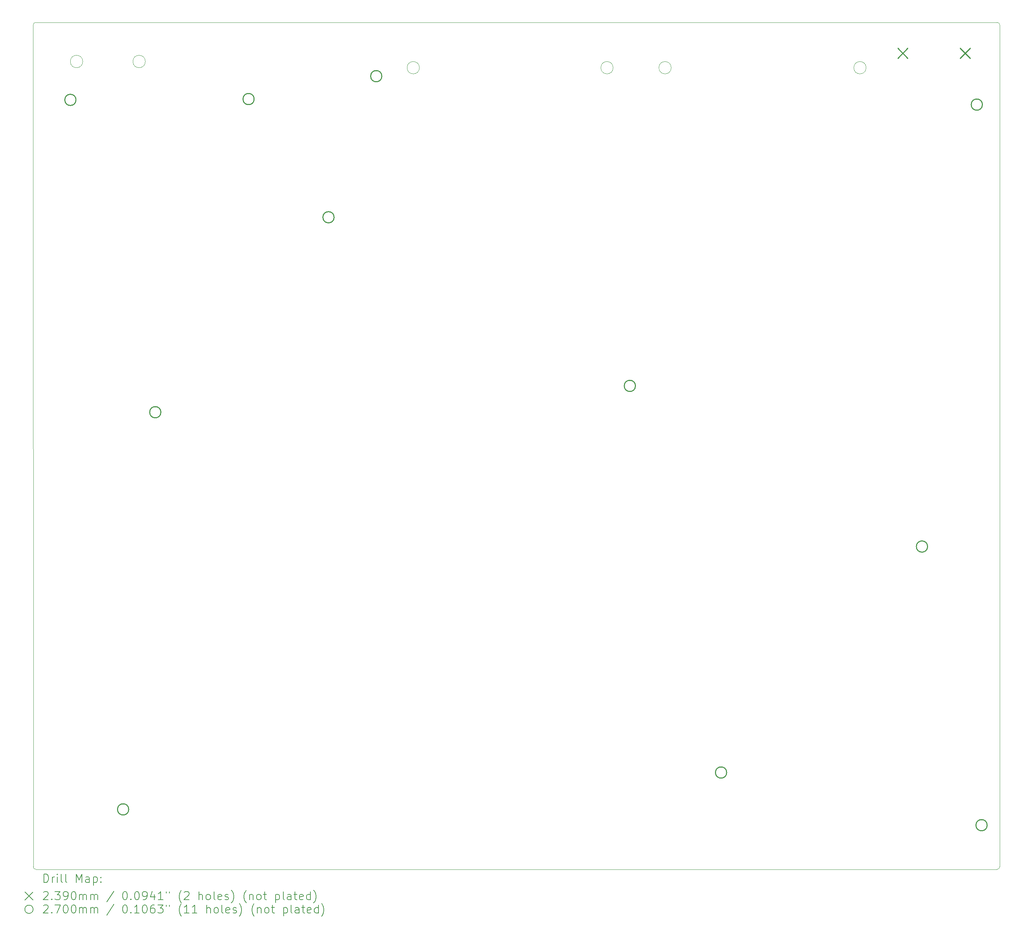
<source format=gbr>
%TF.GenerationSoftware,KiCad,Pcbnew,8.0.1*%
%TF.CreationDate,2024-03-23T23:48:43+00:00*%
%TF.ProjectId,TIM-011B,54494d2d-3031-4314-922e-6b696361645f,rev?*%
%TF.SameCoordinates,Original*%
%TF.FileFunction,Drillmap*%
%TF.FilePolarity,Positive*%
%FSLAX45Y45*%
G04 Gerber Fmt 4.5, Leading zero omitted, Abs format (unit mm)*
G04 Created by KiCad (PCBNEW 8.0.1) date 2024-03-23 23:48:43*
%MOMM*%
%LPD*%
G01*
G04 APERTURE LIST*
%ADD10C,0.050000*%
%ADD11C,0.200000*%
%ADD12C,0.239000*%
%ADD13C,0.270000*%
G04 APERTURE END LIST*
D10*
X32442000Y-3389000D02*
X32442000Y-23683000D01*
X9163000Y-3389000D02*
G75*
G02*
X9227000Y-3325000I64000J0D01*
G01*
X32378000Y-23747000D02*
X9227255Y-23746745D01*
X9227000Y-3325000D02*
X32378000Y-3325000D01*
X32442000Y-23683000D02*
G75*
G02*
X32378000Y-23747000I-64000J0D01*
G01*
X32378000Y-3325000D02*
G75*
G02*
X32442000Y-3389000I0J-64000D01*
G01*
X23131000Y-4419000D02*
G75*
G02*
X22834015Y-4419000I-148492J0D01*
G01*
X22834015Y-4419000D02*
G75*
G02*
X23131000Y-4419000I148492J0D01*
G01*
X29224000Y-4419000D02*
G75*
G02*
X28927015Y-4419000I-148492J0D01*
G01*
X28927015Y-4419000D02*
G75*
G02*
X29224000Y-4419000I148492J0D01*
G01*
X24529000Y-4419000D02*
G75*
G02*
X24232015Y-4419000I-148492J0D01*
G01*
X24232015Y-4419000D02*
G75*
G02*
X24529000Y-4419000I148492J0D01*
G01*
X9227255Y-23746745D02*
G75*
G02*
X9163255Y-23682745I-5J63995D01*
G01*
X9163255Y-23682745D02*
X9163000Y-3389000D01*
X18465000Y-4419000D02*
G75*
G02*
X18168015Y-4419000I-148492J0D01*
G01*
X18168015Y-4419000D02*
G75*
G02*
X18465000Y-4419000I148492J0D01*
G01*
X10356500Y-4269000D02*
G75*
G02*
X10056500Y-4269000I-150000J0D01*
G01*
X10056500Y-4269000D02*
G75*
G02*
X10356500Y-4269000I150000J0D01*
G01*
X11863500Y-4269000D02*
G75*
G02*
X11563500Y-4269000I-150000J0D01*
G01*
X11563500Y-4269000D02*
G75*
G02*
X11863500Y-4269000I150000J0D01*
G01*
D11*
D12*
X29988500Y-3950000D02*
X30227500Y-4189000D01*
X30227500Y-3950000D02*
X29988500Y-4189000D01*
X31489500Y-3950000D02*
X31728500Y-4189000D01*
X31728500Y-3950000D02*
X31489500Y-4189000D01*
D13*
X10193400Y-5194300D02*
G75*
G02*
X9923400Y-5194300I-135000J0D01*
G01*
X9923400Y-5194300D02*
G75*
G02*
X10193400Y-5194300I135000J0D01*
G01*
X11463400Y-22301200D02*
G75*
G02*
X11193400Y-22301200I-135000J0D01*
G01*
X11193400Y-22301200D02*
G75*
G02*
X11463400Y-22301200I135000J0D01*
G01*
X12238100Y-12725400D02*
G75*
G02*
X11968100Y-12725400I-135000J0D01*
G01*
X11968100Y-12725400D02*
G75*
G02*
X12238100Y-12725400I135000J0D01*
G01*
X14485000Y-5175000D02*
G75*
G02*
X14215000Y-5175000I-135000J0D01*
G01*
X14215000Y-5175000D02*
G75*
G02*
X14485000Y-5175000I135000J0D01*
G01*
X16410000Y-8025000D02*
G75*
G02*
X16140000Y-8025000I-135000J0D01*
G01*
X16140000Y-8025000D02*
G75*
G02*
X16410000Y-8025000I135000J0D01*
G01*
X17560000Y-4622800D02*
G75*
G02*
X17290000Y-4622800I-135000J0D01*
G01*
X17290000Y-4622800D02*
G75*
G02*
X17560000Y-4622800I135000J0D01*
G01*
X23668100Y-12090400D02*
G75*
G02*
X23398100Y-12090400I-135000J0D01*
G01*
X23398100Y-12090400D02*
G75*
G02*
X23668100Y-12090400I135000J0D01*
G01*
X25865200Y-21412200D02*
G75*
G02*
X25595200Y-21412200I-135000J0D01*
G01*
X25595200Y-21412200D02*
G75*
G02*
X25865200Y-21412200I135000J0D01*
G01*
X30703900Y-15963900D02*
G75*
G02*
X30433900Y-15963900I-135000J0D01*
G01*
X30433900Y-15963900D02*
G75*
G02*
X30703900Y-15963900I135000J0D01*
G01*
X32024700Y-5308600D02*
G75*
G02*
X31754700Y-5308600I-135000J0D01*
G01*
X31754700Y-5308600D02*
G75*
G02*
X32024700Y-5308600I135000J0D01*
G01*
X32139000Y-22682200D02*
G75*
G02*
X31869000Y-22682200I-135000J0D01*
G01*
X31869000Y-22682200D02*
G75*
G02*
X32139000Y-22682200I135000J0D01*
G01*
D11*
X9421277Y-24060984D02*
X9421277Y-23860984D01*
X9421277Y-23860984D02*
X9468896Y-23860984D01*
X9468896Y-23860984D02*
X9497467Y-23870508D01*
X9497467Y-23870508D02*
X9516515Y-23889555D01*
X9516515Y-23889555D02*
X9526039Y-23908603D01*
X9526039Y-23908603D02*
X9535562Y-23946698D01*
X9535562Y-23946698D02*
X9535562Y-23975269D01*
X9535562Y-23975269D02*
X9526039Y-24013365D01*
X9526039Y-24013365D02*
X9516515Y-24032412D01*
X9516515Y-24032412D02*
X9497467Y-24051460D01*
X9497467Y-24051460D02*
X9468896Y-24060984D01*
X9468896Y-24060984D02*
X9421277Y-24060984D01*
X9621277Y-24060984D02*
X9621277Y-23927650D01*
X9621277Y-23965746D02*
X9630801Y-23946698D01*
X9630801Y-23946698D02*
X9640324Y-23937174D01*
X9640324Y-23937174D02*
X9659372Y-23927650D01*
X9659372Y-23927650D02*
X9678420Y-23927650D01*
X9745086Y-24060984D02*
X9745086Y-23927650D01*
X9745086Y-23860984D02*
X9735562Y-23870508D01*
X9735562Y-23870508D02*
X9745086Y-23880031D01*
X9745086Y-23880031D02*
X9754610Y-23870508D01*
X9754610Y-23870508D02*
X9745086Y-23860984D01*
X9745086Y-23860984D02*
X9745086Y-23880031D01*
X9868896Y-24060984D02*
X9849848Y-24051460D01*
X9849848Y-24051460D02*
X9840324Y-24032412D01*
X9840324Y-24032412D02*
X9840324Y-23860984D01*
X9973658Y-24060984D02*
X9954610Y-24051460D01*
X9954610Y-24051460D02*
X9945086Y-24032412D01*
X9945086Y-24032412D02*
X9945086Y-23860984D01*
X10202229Y-24060984D02*
X10202229Y-23860984D01*
X10202229Y-23860984D02*
X10268896Y-24003841D01*
X10268896Y-24003841D02*
X10335562Y-23860984D01*
X10335562Y-23860984D02*
X10335562Y-24060984D01*
X10516515Y-24060984D02*
X10516515Y-23956222D01*
X10516515Y-23956222D02*
X10506991Y-23937174D01*
X10506991Y-23937174D02*
X10487943Y-23927650D01*
X10487943Y-23927650D02*
X10449848Y-23927650D01*
X10449848Y-23927650D02*
X10430801Y-23937174D01*
X10516515Y-24051460D02*
X10497467Y-24060984D01*
X10497467Y-24060984D02*
X10449848Y-24060984D01*
X10449848Y-24060984D02*
X10430801Y-24051460D01*
X10430801Y-24051460D02*
X10421277Y-24032412D01*
X10421277Y-24032412D02*
X10421277Y-24013365D01*
X10421277Y-24013365D02*
X10430801Y-23994317D01*
X10430801Y-23994317D02*
X10449848Y-23984793D01*
X10449848Y-23984793D02*
X10497467Y-23984793D01*
X10497467Y-23984793D02*
X10516515Y-23975269D01*
X10611753Y-23927650D02*
X10611753Y-24127650D01*
X10611753Y-23937174D02*
X10630801Y-23927650D01*
X10630801Y-23927650D02*
X10668896Y-23927650D01*
X10668896Y-23927650D02*
X10687943Y-23937174D01*
X10687943Y-23937174D02*
X10697467Y-23946698D01*
X10697467Y-23946698D02*
X10706991Y-23965746D01*
X10706991Y-23965746D02*
X10706991Y-24022888D01*
X10706991Y-24022888D02*
X10697467Y-24041936D01*
X10697467Y-24041936D02*
X10687943Y-24051460D01*
X10687943Y-24051460D02*
X10668896Y-24060984D01*
X10668896Y-24060984D02*
X10630801Y-24060984D01*
X10630801Y-24060984D02*
X10611753Y-24051460D01*
X10792705Y-24041936D02*
X10802229Y-24051460D01*
X10802229Y-24051460D02*
X10792705Y-24060984D01*
X10792705Y-24060984D02*
X10783182Y-24051460D01*
X10783182Y-24051460D02*
X10792705Y-24041936D01*
X10792705Y-24041936D02*
X10792705Y-24060984D01*
X10792705Y-23937174D02*
X10802229Y-23946698D01*
X10802229Y-23946698D02*
X10792705Y-23956222D01*
X10792705Y-23956222D02*
X10783182Y-23946698D01*
X10783182Y-23946698D02*
X10792705Y-23937174D01*
X10792705Y-23937174D02*
X10792705Y-23956222D01*
X8960500Y-24289500D02*
X9160500Y-24489500D01*
X9160500Y-24289500D02*
X8960500Y-24489500D01*
X9411753Y-24300031D02*
X9421277Y-24290508D01*
X9421277Y-24290508D02*
X9440324Y-24280984D01*
X9440324Y-24280984D02*
X9487943Y-24280984D01*
X9487943Y-24280984D02*
X9506991Y-24290508D01*
X9506991Y-24290508D02*
X9516515Y-24300031D01*
X9516515Y-24300031D02*
X9526039Y-24319079D01*
X9526039Y-24319079D02*
X9526039Y-24338127D01*
X9526039Y-24338127D02*
X9516515Y-24366698D01*
X9516515Y-24366698D02*
X9402229Y-24480984D01*
X9402229Y-24480984D02*
X9526039Y-24480984D01*
X9611753Y-24461936D02*
X9621277Y-24471460D01*
X9621277Y-24471460D02*
X9611753Y-24480984D01*
X9611753Y-24480984D02*
X9602229Y-24471460D01*
X9602229Y-24471460D02*
X9611753Y-24461936D01*
X9611753Y-24461936D02*
X9611753Y-24480984D01*
X9687943Y-24280984D02*
X9811753Y-24280984D01*
X9811753Y-24280984D02*
X9745086Y-24357174D01*
X9745086Y-24357174D02*
X9773658Y-24357174D01*
X9773658Y-24357174D02*
X9792705Y-24366698D01*
X9792705Y-24366698D02*
X9802229Y-24376222D01*
X9802229Y-24376222D02*
X9811753Y-24395269D01*
X9811753Y-24395269D02*
X9811753Y-24442888D01*
X9811753Y-24442888D02*
X9802229Y-24461936D01*
X9802229Y-24461936D02*
X9792705Y-24471460D01*
X9792705Y-24471460D02*
X9773658Y-24480984D01*
X9773658Y-24480984D02*
X9716515Y-24480984D01*
X9716515Y-24480984D02*
X9697467Y-24471460D01*
X9697467Y-24471460D02*
X9687943Y-24461936D01*
X9906991Y-24480984D02*
X9945086Y-24480984D01*
X9945086Y-24480984D02*
X9964134Y-24471460D01*
X9964134Y-24471460D02*
X9973658Y-24461936D01*
X9973658Y-24461936D02*
X9992705Y-24433365D01*
X9992705Y-24433365D02*
X10002229Y-24395269D01*
X10002229Y-24395269D02*
X10002229Y-24319079D01*
X10002229Y-24319079D02*
X9992705Y-24300031D01*
X9992705Y-24300031D02*
X9983182Y-24290508D01*
X9983182Y-24290508D02*
X9964134Y-24280984D01*
X9964134Y-24280984D02*
X9926039Y-24280984D01*
X9926039Y-24280984D02*
X9906991Y-24290508D01*
X9906991Y-24290508D02*
X9897467Y-24300031D01*
X9897467Y-24300031D02*
X9887943Y-24319079D01*
X9887943Y-24319079D02*
X9887943Y-24366698D01*
X9887943Y-24366698D02*
X9897467Y-24385746D01*
X9897467Y-24385746D02*
X9906991Y-24395269D01*
X9906991Y-24395269D02*
X9926039Y-24404793D01*
X9926039Y-24404793D02*
X9964134Y-24404793D01*
X9964134Y-24404793D02*
X9983182Y-24395269D01*
X9983182Y-24395269D02*
X9992705Y-24385746D01*
X9992705Y-24385746D02*
X10002229Y-24366698D01*
X10126039Y-24280984D02*
X10145086Y-24280984D01*
X10145086Y-24280984D02*
X10164134Y-24290508D01*
X10164134Y-24290508D02*
X10173658Y-24300031D01*
X10173658Y-24300031D02*
X10183182Y-24319079D01*
X10183182Y-24319079D02*
X10192705Y-24357174D01*
X10192705Y-24357174D02*
X10192705Y-24404793D01*
X10192705Y-24404793D02*
X10183182Y-24442888D01*
X10183182Y-24442888D02*
X10173658Y-24461936D01*
X10173658Y-24461936D02*
X10164134Y-24471460D01*
X10164134Y-24471460D02*
X10145086Y-24480984D01*
X10145086Y-24480984D02*
X10126039Y-24480984D01*
X10126039Y-24480984D02*
X10106991Y-24471460D01*
X10106991Y-24471460D02*
X10097467Y-24461936D01*
X10097467Y-24461936D02*
X10087943Y-24442888D01*
X10087943Y-24442888D02*
X10078420Y-24404793D01*
X10078420Y-24404793D02*
X10078420Y-24357174D01*
X10078420Y-24357174D02*
X10087943Y-24319079D01*
X10087943Y-24319079D02*
X10097467Y-24300031D01*
X10097467Y-24300031D02*
X10106991Y-24290508D01*
X10106991Y-24290508D02*
X10126039Y-24280984D01*
X10278420Y-24480984D02*
X10278420Y-24347650D01*
X10278420Y-24366698D02*
X10287943Y-24357174D01*
X10287943Y-24357174D02*
X10306991Y-24347650D01*
X10306991Y-24347650D02*
X10335563Y-24347650D01*
X10335563Y-24347650D02*
X10354610Y-24357174D01*
X10354610Y-24357174D02*
X10364134Y-24376222D01*
X10364134Y-24376222D02*
X10364134Y-24480984D01*
X10364134Y-24376222D02*
X10373658Y-24357174D01*
X10373658Y-24357174D02*
X10392705Y-24347650D01*
X10392705Y-24347650D02*
X10421277Y-24347650D01*
X10421277Y-24347650D02*
X10440324Y-24357174D01*
X10440324Y-24357174D02*
X10449848Y-24376222D01*
X10449848Y-24376222D02*
X10449848Y-24480984D01*
X10545086Y-24480984D02*
X10545086Y-24347650D01*
X10545086Y-24366698D02*
X10554610Y-24357174D01*
X10554610Y-24357174D02*
X10573658Y-24347650D01*
X10573658Y-24347650D02*
X10602229Y-24347650D01*
X10602229Y-24347650D02*
X10621277Y-24357174D01*
X10621277Y-24357174D02*
X10630801Y-24376222D01*
X10630801Y-24376222D02*
X10630801Y-24480984D01*
X10630801Y-24376222D02*
X10640324Y-24357174D01*
X10640324Y-24357174D02*
X10659372Y-24347650D01*
X10659372Y-24347650D02*
X10687943Y-24347650D01*
X10687943Y-24347650D02*
X10706991Y-24357174D01*
X10706991Y-24357174D02*
X10716515Y-24376222D01*
X10716515Y-24376222D02*
X10716515Y-24480984D01*
X11106991Y-24271460D02*
X10935563Y-24528603D01*
X11364134Y-24280984D02*
X11383182Y-24280984D01*
X11383182Y-24280984D02*
X11402229Y-24290508D01*
X11402229Y-24290508D02*
X11411753Y-24300031D01*
X11411753Y-24300031D02*
X11421277Y-24319079D01*
X11421277Y-24319079D02*
X11430801Y-24357174D01*
X11430801Y-24357174D02*
X11430801Y-24404793D01*
X11430801Y-24404793D02*
X11421277Y-24442888D01*
X11421277Y-24442888D02*
X11411753Y-24461936D01*
X11411753Y-24461936D02*
X11402229Y-24471460D01*
X11402229Y-24471460D02*
X11383182Y-24480984D01*
X11383182Y-24480984D02*
X11364134Y-24480984D01*
X11364134Y-24480984D02*
X11345086Y-24471460D01*
X11345086Y-24471460D02*
X11335563Y-24461936D01*
X11335563Y-24461936D02*
X11326039Y-24442888D01*
X11326039Y-24442888D02*
X11316515Y-24404793D01*
X11316515Y-24404793D02*
X11316515Y-24357174D01*
X11316515Y-24357174D02*
X11326039Y-24319079D01*
X11326039Y-24319079D02*
X11335563Y-24300031D01*
X11335563Y-24300031D02*
X11345086Y-24290508D01*
X11345086Y-24290508D02*
X11364134Y-24280984D01*
X11516515Y-24461936D02*
X11526039Y-24471460D01*
X11526039Y-24471460D02*
X11516515Y-24480984D01*
X11516515Y-24480984D02*
X11506991Y-24471460D01*
X11506991Y-24471460D02*
X11516515Y-24461936D01*
X11516515Y-24461936D02*
X11516515Y-24480984D01*
X11649848Y-24280984D02*
X11668896Y-24280984D01*
X11668896Y-24280984D02*
X11687944Y-24290508D01*
X11687944Y-24290508D02*
X11697467Y-24300031D01*
X11697467Y-24300031D02*
X11706991Y-24319079D01*
X11706991Y-24319079D02*
X11716515Y-24357174D01*
X11716515Y-24357174D02*
X11716515Y-24404793D01*
X11716515Y-24404793D02*
X11706991Y-24442888D01*
X11706991Y-24442888D02*
X11697467Y-24461936D01*
X11697467Y-24461936D02*
X11687944Y-24471460D01*
X11687944Y-24471460D02*
X11668896Y-24480984D01*
X11668896Y-24480984D02*
X11649848Y-24480984D01*
X11649848Y-24480984D02*
X11630801Y-24471460D01*
X11630801Y-24471460D02*
X11621277Y-24461936D01*
X11621277Y-24461936D02*
X11611753Y-24442888D01*
X11611753Y-24442888D02*
X11602229Y-24404793D01*
X11602229Y-24404793D02*
X11602229Y-24357174D01*
X11602229Y-24357174D02*
X11611753Y-24319079D01*
X11611753Y-24319079D02*
X11621277Y-24300031D01*
X11621277Y-24300031D02*
X11630801Y-24290508D01*
X11630801Y-24290508D02*
X11649848Y-24280984D01*
X11811753Y-24480984D02*
X11849848Y-24480984D01*
X11849848Y-24480984D02*
X11868896Y-24471460D01*
X11868896Y-24471460D02*
X11878420Y-24461936D01*
X11878420Y-24461936D02*
X11897467Y-24433365D01*
X11897467Y-24433365D02*
X11906991Y-24395269D01*
X11906991Y-24395269D02*
X11906991Y-24319079D01*
X11906991Y-24319079D02*
X11897467Y-24300031D01*
X11897467Y-24300031D02*
X11887944Y-24290508D01*
X11887944Y-24290508D02*
X11868896Y-24280984D01*
X11868896Y-24280984D02*
X11830801Y-24280984D01*
X11830801Y-24280984D02*
X11811753Y-24290508D01*
X11811753Y-24290508D02*
X11802229Y-24300031D01*
X11802229Y-24300031D02*
X11792705Y-24319079D01*
X11792705Y-24319079D02*
X11792705Y-24366698D01*
X11792705Y-24366698D02*
X11802229Y-24385746D01*
X11802229Y-24385746D02*
X11811753Y-24395269D01*
X11811753Y-24395269D02*
X11830801Y-24404793D01*
X11830801Y-24404793D02*
X11868896Y-24404793D01*
X11868896Y-24404793D02*
X11887944Y-24395269D01*
X11887944Y-24395269D02*
X11897467Y-24385746D01*
X11897467Y-24385746D02*
X11906991Y-24366698D01*
X12078420Y-24347650D02*
X12078420Y-24480984D01*
X12030801Y-24271460D02*
X11983182Y-24414317D01*
X11983182Y-24414317D02*
X12106991Y-24414317D01*
X12287944Y-24480984D02*
X12173658Y-24480984D01*
X12230801Y-24480984D02*
X12230801Y-24280984D01*
X12230801Y-24280984D02*
X12211753Y-24309555D01*
X12211753Y-24309555D02*
X12192705Y-24328603D01*
X12192705Y-24328603D02*
X12173658Y-24338127D01*
X12364134Y-24280984D02*
X12364134Y-24319079D01*
X12440325Y-24280984D02*
X12440325Y-24319079D01*
X12735563Y-24557174D02*
X12726039Y-24547650D01*
X12726039Y-24547650D02*
X12706991Y-24519079D01*
X12706991Y-24519079D02*
X12697467Y-24500031D01*
X12697467Y-24500031D02*
X12687944Y-24471460D01*
X12687944Y-24471460D02*
X12678420Y-24423841D01*
X12678420Y-24423841D02*
X12678420Y-24385746D01*
X12678420Y-24385746D02*
X12687944Y-24338127D01*
X12687944Y-24338127D02*
X12697467Y-24309555D01*
X12697467Y-24309555D02*
X12706991Y-24290508D01*
X12706991Y-24290508D02*
X12726039Y-24261936D01*
X12726039Y-24261936D02*
X12735563Y-24252412D01*
X12802229Y-24300031D02*
X12811753Y-24290508D01*
X12811753Y-24290508D02*
X12830801Y-24280984D01*
X12830801Y-24280984D02*
X12878420Y-24280984D01*
X12878420Y-24280984D02*
X12897467Y-24290508D01*
X12897467Y-24290508D02*
X12906991Y-24300031D01*
X12906991Y-24300031D02*
X12916515Y-24319079D01*
X12916515Y-24319079D02*
X12916515Y-24338127D01*
X12916515Y-24338127D02*
X12906991Y-24366698D01*
X12906991Y-24366698D02*
X12792706Y-24480984D01*
X12792706Y-24480984D02*
X12916515Y-24480984D01*
X13154610Y-24480984D02*
X13154610Y-24280984D01*
X13240325Y-24480984D02*
X13240325Y-24376222D01*
X13240325Y-24376222D02*
X13230801Y-24357174D01*
X13230801Y-24357174D02*
X13211753Y-24347650D01*
X13211753Y-24347650D02*
X13183182Y-24347650D01*
X13183182Y-24347650D02*
X13164134Y-24357174D01*
X13164134Y-24357174D02*
X13154610Y-24366698D01*
X13364134Y-24480984D02*
X13345087Y-24471460D01*
X13345087Y-24471460D02*
X13335563Y-24461936D01*
X13335563Y-24461936D02*
X13326039Y-24442888D01*
X13326039Y-24442888D02*
X13326039Y-24385746D01*
X13326039Y-24385746D02*
X13335563Y-24366698D01*
X13335563Y-24366698D02*
X13345087Y-24357174D01*
X13345087Y-24357174D02*
X13364134Y-24347650D01*
X13364134Y-24347650D02*
X13392706Y-24347650D01*
X13392706Y-24347650D02*
X13411753Y-24357174D01*
X13411753Y-24357174D02*
X13421277Y-24366698D01*
X13421277Y-24366698D02*
X13430801Y-24385746D01*
X13430801Y-24385746D02*
X13430801Y-24442888D01*
X13430801Y-24442888D02*
X13421277Y-24461936D01*
X13421277Y-24461936D02*
X13411753Y-24471460D01*
X13411753Y-24471460D02*
X13392706Y-24480984D01*
X13392706Y-24480984D02*
X13364134Y-24480984D01*
X13545087Y-24480984D02*
X13526039Y-24471460D01*
X13526039Y-24471460D02*
X13516515Y-24452412D01*
X13516515Y-24452412D02*
X13516515Y-24280984D01*
X13697468Y-24471460D02*
X13678420Y-24480984D01*
X13678420Y-24480984D02*
X13640325Y-24480984D01*
X13640325Y-24480984D02*
X13621277Y-24471460D01*
X13621277Y-24471460D02*
X13611753Y-24452412D01*
X13611753Y-24452412D02*
X13611753Y-24376222D01*
X13611753Y-24376222D02*
X13621277Y-24357174D01*
X13621277Y-24357174D02*
X13640325Y-24347650D01*
X13640325Y-24347650D02*
X13678420Y-24347650D01*
X13678420Y-24347650D02*
X13697468Y-24357174D01*
X13697468Y-24357174D02*
X13706991Y-24376222D01*
X13706991Y-24376222D02*
X13706991Y-24395269D01*
X13706991Y-24395269D02*
X13611753Y-24414317D01*
X13783182Y-24471460D02*
X13802229Y-24480984D01*
X13802229Y-24480984D02*
X13840325Y-24480984D01*
X13840325Y-24480984D02*
X13859372Y-24471460D01*
X13859372Y-24471460D02*
X13868896Y-24452412D01*
X13868896Y-24452412D02*
X13868896Y-24442888D01*
X13868896Y-24442888D02*
X13859372Y-24423841D01*
X13859372Y-24423841D02*
X13840325Y-24414317D01*
X13840325Y-24414317D02*
X13811753Y-24414317D01*
X13811753Y-24414317D02*
X13792706Y-24404793D01*
X13792706Y-24404793D02*
X13783182Y-24385746D01*
X13783182Y-24385746D02*
X13783182Y-24376222D01*
X13783182Y-24376222D02*
X13792706Y-24357174D01*
X13792706Y-24357174D02*
X13811753Y-24347650D01*
X13811753Y-24347650D02*
X13840325Y-24347650D01*
X13840325Y-24347650D02*
X13859372Y-24357174D01*
X13935563Y-24557174D02*
X13945087Y-24547650D01*
X13945087Y-24547650D02*
X13964134Y-24519079D01*
X13964134Y-24519079D02*
X13973658Y-24500031D01*
X13973658Y-24500031D02*
X13983182Y-24471460D01*
X13983182Y-24471460D02*
X13992706Y-24423841D01*
X13992706Y-24423841D02*
X13992706Y-24385746D01*
X13992706Y-24385746D02*
X13983182Y-24338127D01*
X13983182Y-24338127D02*
X13973658Y-24309555D01*
X13973658Y-24309555D02*
X13964134Y-24290508D01*
X13964134Y-24290508D02*
X13945087Y-24261936D01*
X13945087Y-24261936D02*
X13935563Y-24252412D01*
X14297468Y-24557174D02*
X14287944Y-24547650D01*
X14287944Y-24547650D02*
X14268896Y-24519079D01*
X14268896Y-24519079D02*
X14259372Y-24500031D01*
X14259372Y-24500031D02*
X14249849Y-24471460D01*
X14249849Y-24471460D02*
X14240325Y-24423841D01*
X14240325Y-24423841D02*
X14240325Y-24385746D01*
X14240325Y-24385746D02*
X14249849Y-24338127D01*
X14249849Y-24338127D02*
X14259372Y-24309555D01*
X14259372Y-24309555D02*
X14268896Y-24290508D01*
X14268896Y-24290508D02*
X14287944Y-24261936D01*
X14287944Y-24261936D02*
X14297468Y-24252412D01*
X14373658Y-24347650D02*
X14373658Y-24480984D01*
X14373658Y-24366698D02*
X14383182Y-24357174D01*
X14383182Y-24357174D02*
X14402229Y-24347650D01*
X14402229Y-24347650D02*
X14430801Y-24347650D01*
X14430801Y-24347650D02*
X14449849Y-24357174D01*
X14449849Y-24357174D02*
X14459372Y-24376222D01*
X14459372Y-24376222D02*
X14459372Y-24480984D01*
X14583182Y-24480984D02*
X14564134Y-24471460D01*
X14564134Y-24471460D02*
X14554610Y-24461936D01*
X14554610Y-24461936D02*
X14545087Y-24442888D01*
X14545087Y-24442888D02*
X14545087Y-24385746D01*
X14545087Y-24385746D02*
X14554610Y-24366698D01*
X14554610Y-24366698D02*
X14564134Y-24357174D01*
X14564134Y-24357174D02*
X14583182Y-24347650D01*
X14583182Y-24347650D02*
X14611753Y-24347650D01*
X14611753Y-24347650D02*
X14630801Y-24357174D01*
X14630801Y-24357174D02*
X14640325Y-24366698D01*
X14640325Y-24366698D02*
X14649849Y-24385746D01*
X14649849Y-24385746D02*
X14649849Y-24442888D01*
X14649849Y-24442888D02*
X14640325Y-24461936D01*
X14640325Y-24461936D02*
X14630801Y-24471460D01*
X14630801Y-24471460D02*
X14611753Y-24480984D01*
X14611753Y-24480984D02*
X14583182Y-24480984D01*
X14706991Y-24347650D02*
X14783182Y-24347650D01*
X14735563Y-24280984D02*
X14735563Y-24452412D01*
X14735563Y-24452412D02*
X14745087Y-24471460D01*
X14745087Y-24471460D02*
X14764134Y-24480984D01*
X14764134Y-24480984D02*
X14783182Y-24480984D01*
X15002230Y-24347650D02*
X15002230Y-24547650D01*
X15002230Y-24357174D02*
X15021277Y-24347650D01*
X15021277Y-24347650D02*
X15059372Y-24347650D01*
X15059372Y-24347650D02*
X15078420Y-24357174D01*
X15078420Y-24357174D02*
X15087944Y-24366698D01*
X15087944Y-24366698D02*
X15097468Y-24385746D01*
X15097468Y-24385746D02*
X15097468Y-24442888D01*
X15097468Y-24442888D02*
X15087944Y-24461936D01*
X15087944Y-24461936D02*
X15078420Y-24471460D01*
X15078420Y-24471460D02*
X15059372Y-24480984D01*
X15059372Y-24480984D02*
X15021277Y-24480984D01*
X15021277Y-24480984D02*
X15002230Y-24471460D01*
X15211753Y-24480984D02*
X15192706Y-24471460D01*
X15192706Y-24471460D02*
X15183182Y-24452412D01*
X15183182Y-24452412D02*
X15183182Y-24280984D01*
X15373658Y-24480984D02*
X15373658Y-24376222D01*
X15373658Y-24376222D02*
X15364134Y-24357174D01*
X15364134Y-24357174D02*
X15345087Y-24347650D01*
X15345087Y-24347650D02*
X15306991Y-24347650D01*
X15306991Y-24347650D02*
X15287944Y-24357174D01*
X15373658Y-24471460D02*
X15354611Y-24480984D01*
X15354611Y-24480984D02*
X15306991Y-24480984D01*
X15306991Y-24480984D02*
X15287944Y-24471460D01*
X15287944Y-24471460D02*
X15278420Y-24452412D01*
X15278420Y-24452412D02*
X15278420Y-24433365D01*
X15278420Y-24433365D02*
X15287944Y-24414317D01*
X15287944Y-24414317D02*
X15306991Y-24404793D01*
X15306991Y-24404793D02*
X15354611Y-24404793D01*
X15354611Y-24404793D02*
X15373658Y-24395269D01*
X15440325Y-24347650D02*
X15516515Y-24347650D01*
X15468896Y-24280984D02*
X15468896Y-24452412D01*
X15468896Y-24452412D02*
X15478420Y-24471460D01*
X15478420Y-24471460D02*
X15497468Y-24480984D01*
X15497468Y-24480984D02*
X15516515Y-24480984D01*
X15659372Y-24471460D02*
X15640325Y-24480984D01*
X15640325Y-24480984D02*
X15602230Y-24480984D01*
X15602230Y-24480984D02*
X15583182Y-24471460D01*
X15583182Y-24471460D02*
X15573658Y-24452412D01*
X15573658Y-24452412D02*
X15573658Y-24376222D01*
X15573658Y-24376222D02*
X15583182Y-24357174D01*
X15583182Y-24357174D02*
X15602230Y-24347650D01*
X15602230Y-24347650D02*
X15640325Y-24347650D01*
X15640325Y-24347650D02*
X15659372Y-24357174D01*
X15659372Y-24357174D02*
X15668896Y-24376222D01*
X15668896Y-24376222D02*
X15668896Y-24395269D01*
X15668896Y-24395269D02*
X15573658Y-24414317D01*
X15840325Y-24480984D02*
X15840325Y-24280984D01*
X15840325Y-24471460D02*
X15821277Y-24480984D01*
X15821277Y-24480984D02*
X15783182Y-24480984D01*
X15783182Y-24480984D02*
X15764134Y-24471460D01*
X15764134Y-24471460D02*
X15754611Y-24461936D01*
X15754611Y-24461936D02*
X15745087Y-24442888D01*
X15745087Y-24442888D02*
X15745087Y-24385746D01*
X15745087Y-24385746D02*
X15754611Y-24366698D01*
X15754611Y-24366698D02*
X15764134Y-24357174D01*
X15764134Y-24357174D02*
X15783182Y-24347650D01*
X15783182Y-24347650D02*
X15821277Y-24347650D01*
X15821277Y-24347650D02*
X15840325Y-24357174D01*
X15916515Y-24557174D02*
X15926039Y-24547650D01*
X15926039Y-24547650D02*
X15945087Y-24519079D01*
X15945087Y-24519079D02*
X15954611Y-24500031D01*
X15954611Y-24500031D02*
X15964134Y-24471460D01*
X15964134Y-24471460D02*
X15973658Y-24423841D01*
X15973658Y-24423841D02*
X15973658Y-24385746D01*
X15973658Y-24385746D02*
X15964134Y-24338127D01*
X15964134Y-24338127D02*
X15954611Y-24309555D01*
X15954611Y-24309555D02*
X15945087Y-24290508D01*
X15945087Y-24290508D02*
X15926039Y-24261936D01*
X15926039Y-24261936D02*
X15916515Y-24252412D01*
X9160500Y-24709500D02*
G75*
G02*
X8960500Y-24709500I-100000J0D01*
G01*
X8960500Y-24709500D02*
G75*
G02*
X9160500Y-24709500I100000J0D01*
G01*
X9411753Y-24620031D02*
X9421277Y-24610508D01*
X9421277Y-24610508D02*
X9440324Y-24600984D01*
X9440324Y-24600984D02*
X9487943Y-24600984D01*
X9487943Y-24600984D02*
X9506991Y-24610508D01*
X9506991Y-24610508D02*
X9516515Y-24620031D01*
X9516515Y-24620031D02*
X9526039Y-24639079D01*
X9526039Y-24639079D02*
X9526039Y-24658127D01*
X9526039Y-24658127D02*
X9516515Y-24686698D01*
X9516515Y-24686698D02*
X9402229Y-24800984D01*
X9402229Y-24800984D02*
X9526039Y-24800984D01*
X9611753Y-24781936D02*
X9621277Y-24791460D01*
X9621277Y-24791460D02*
X9611753Y-24800984D01*
X9611753Y-24800984D02*
X9602229Y-24791460D01*
X9602229Y-24791460D02*
X9611753Y-24781936D01*
X9611753Y-24781936D02*
X9611753Y-24800984D01*
X9687943Y-24600984D02*
X9821277Y-24600984D01*
X9821277Y-24600984D02*
X9735562Y-24800984D01*
X9935562Y-24600984D02*
X9954610Y-24600984D01*
X9954610Y-24600984D02*
X9973658Y-24610508D01*
X9973658Y-24610508D02*
X9983182Y-24620031D01*
X9983182Y-24620031D02*
X9992705Y-24639079D01*
X9992705Y-24639079D02*
X10002229Y-24677174D01*
X10002229Y-24677174D02*
X10002229Y-24724793D01*
X10002229Y-24724793D02*
X9992705Y-24762888D01*
X9992705Y-24762888D02*
X9983182Y-24781936D01*
X9983182Y-24781936D02*
X9973658Y-24791460D01*
X9973658Y-24791460D02*
X9954610Y-24800984D01*
X9954610Y-24800984D02*
X9935562Y-24800984D01*
X9935562Y-24800984D02*
X9916515Y-24791460D01*
X9916515Y-24791460D02*
X9906991Y-24781936D01*
X9906991Y-24781936D02*
X9897467Y-24762888D01*
X9897467Y-24762888D02*
X9887943Y-24724793D01*
X9887943Y-24724793D02*
X9887943Y-24677174D01*
X9887943Y-24677174D02*
X9897467Y-24639079D01*
X9897467Y-24639079D02*
X9906991Y-24620031D01*
X9906991Y-24620031D02*
X9916515Y-24610508D01*
X9916515Y-24610508D02*
X9935562Y-24600984D01*
X10126039Y-24600984D02*
X10145086Y-24600984D01*
X10145086Y-24600984D02*
X10164134Y-24610508D01*
X10164134Y-24610508D02*
X10173658Y-24620031D01*
X10173658Y-24620031D02*
X10183182Y-24639079D01*
X10183182Y-24639079D02*
X10192705Y-24677174D01*
X10192705Y-24677174D02*
X10192705Y-24724793D01*
X10192705Y-24724793D02*
X10183182Y-24762888D01*
X10183182Y-24762888D02*
X10173658Y-24781936D01*
X10173658Y-24781936D02*
X10164134Y-24791460D01*
X10164134Y-24791460D02*
X10145086Y-24800984D01*
X10145086Y-24800984D02*
X10126039Y-24800984D01*
X10126039Y-24800984D02*
X10106991Y-24791460D01*
X10106991Y-24791460D02*
X10097467Y-24781936D01*
X10097467Y-24781936D02*
X10087943Y-24762888D01*
X10087943Y-24762888D02*
X10078420Y-24724793D01*
X10078420Y-24724793D02*
X10078420Y-24677174D01*
X10078420Y-24677174D02*
X10087943Y-24639079D01*
X10087943Y-24639079D02*
X10097467Y-24620031D01*
X10097467Y-24620031D02*
X10106991Y-24610508D01*
X10106991Y-24610508D02*
X10126039Y-24600984D01*
X10278420Y-24800984D02*
X10278420Y-24667650D01*
X10278420Y-24686698D02*
X10287943Y-24677174D01*
X10287943Y-24677174D02*
X10306991Y-24667650D01*
X10306991Y-24667650D02*
X10335563Y-24667650D01*
X10335563Y-24667650D02*
X10354610Y-24677174D01*
X10354610Y-24677174D02*
X10364134Y-24696222D01*
X10364134Y-24696222D02*
X10364134Y-24800984D01*
X10364134Y-24696222D02*
X10373658Y-24677174D01*
X10373658Y-24677174D02*
X10392705Y-24667650D01*
X10392705Y-24667650D02*
X10421277Y-24667650D01*
X10421277Y-24667650D02*
X10440324Y-24677174D01*
X10440324Y-24677174D02*
X10449848Y-24696222D01*
X10449848Y-24696222D02*
X10449848Y-24800984D01*
X10545086Y-24800984D02*
X10545086Y-24667650D01*
X10545086Y-24686698D02*
X10554610Y-24677174D01*
X10554610Y-24677174D02*
X10573658Y-24667650D01*
X10573658Y-24667650D02*
X10602229Y-24667650D01*
X10602229Y-24667650D02*
X10621277Y-24677174D01*
X10621277Y-24677174D02*
X10630801Y-24696222D01*
X10630801Y-24696222D02*
X10630801Y-24800984D01*
X10630801Y-24696222D02*
X10640324Y-24677174D01*
X10640324Y-24677174D02*
X10659372Y-24667650D01*
X10659372Y-24667650D02*
X10687943Y-24667650D01*
X10687943Y-24667650D02*
X10706991Y-24677174D01*
X10706991Y-24677174D02*
X10716515Y-24696222D01*
X10716515Y-24696222D02*
X10716515Y-24800984D01*
X11106991Y-24591460D02*
X10935563Y-24848603D01*
X11364134Y-24600984D02*
X11383182Y-24600984D01*
X11383182Y-24600984D02*
X11402229Y-24610508D01*
X11402229Y-24610508D02*
X11411753Y-24620031D01*
X11411753Y-24620031D02*
X11421277Y-24639079D01*
X11421277Y-24639079D02*
X11430801Y-24677174D01*
X11430801Y-24677174D02*
X11430801Y-24724793D01*
X11430801Y-24724793D02*
X11421277Y-24762888D01*
X11421277Y-24762888D02*
X11411753Y-24781936D01*
X11411753Y-24781936D02*
X11402229Y-24791460D01*
X11402229Y-24791460D02*
X11383182Y-24800984D01*
X11383182Y-24800984D02*
X11364134Y-24800984D01*
X11364134Y-24800984D02*
X11345086Y-24791460D01*
X11345086Y-24791460D02*
X11335563Y-24781936D01*
X11335563Y-24781936D02*
X11326039Y-24762888D01*
X11326039Y-24762888D02*
X11316515Y-24724793D01*
X11316515Y-24724793D02*
X11316515Y-24677174D01*
X11316515Y-24677174D02*
X11326039Y-24639079D01*
X11326039Y-24639079D02*
X11335563Y-24620031D01*
X11335563Y-24620031D02*
X11345086Y-24610508D01*
X11345086Y-24610508D02*
X11364134Y-24600984D01*
X11516515Y-24781936D02*
X11526039Y-24791460D01*
X11526039Y-24791460D02*
X11516515Y-24800984D01*
X11516515Y-24800984D02*
X11506991Y-24791460D01*
X11506991Y-24791460D02*
X11516515Y-24781936D01*
X11516515Y-24781936D02*
X11516515Y-24800984D01*
X11716515Y-24800984D02*
X11602229Y-24800984D01*
X11659372Y-24800984D02*
X11659372Y-24600984D01*
X11659372Y-24600984D02*
X11640324Y-24629555D01*
X11640324Y-24629555D02*
X11621277Y-24648603D01*
X11621277Y-24648603D02*
X11602229Y-24658127D01*
X11840324Y-24600984D02*
X11859372Y-24600984D01*
X11859372Y-24600984D02*
X11878420Y-24610508D01*
X11878420Y-24610508D02*
X11887944Y-24620031D01*
X11887944Y-24620031D02*
X11897467Y-24639079D01*
X11897467Y-24639079D02*
X11906991Y-24677174D01*
X11906991Y-24677174D02*
X11906991Y-24724793D01*
X11906991Y-24724793D02*
X11897467Y-24762888D01*
X11897467Y-24762888D02*
X11887944Y-24781936D01*
X11887944Y-24781936D02*
X11878420Y-24791460D01*
X11878420Y-24791460D02*
X11859372Y-24800984D01*
X11859372Y-24800984D02*
X11840324Y-24800984D01*
X11840324Y-24800984D02*
X11821277Y-24791460D01*
X11821277Y-24791460D02*
X11811753Y-24781936D01*
X11811753Y-24781936D02*
X11802229Y-24762888D01*
X11802229Y-24762888D02*
X11792705Y-24724793D01*
X11792705Y-24724793D02*
X11792705Y-24677174D01*
X11792705Y-24677174D02*
X11802229Y-24639079D01*
X11802229Y-24639079D02*
X11811753Y-24620031D01*
X11811753Y-24620031D02*
X11821277Y-24610508D01*
X11821277Y-24610508D02*
X11840324Y-24600984D01*
X12078420Y-24600984D02*
X12040324Y-24600984D01*
X12040324Y-24600984D02*
X12021277Y-24610508D01*
X12021277Y-24610508D02*
X12011753Y-24620031D01*
X12011753Y-24620031D02*
X11992705Y-24648603D01*
X11992705Y-24648603D02*
X11983182Y-24686698D01*
X11983182Y-24686698D02*
X11983182Y-24762888D01*
X11983182Y-24762888D02*
X11992705Y-24781936D01*
X11992705Y-24781936D02*
X12002229Y-24791460D01*
X12002229Y-24791460D02*
X12021277Y-24800984D01*
X12021277Y-24800984D02*
X12059372Y-24800984D01*
X12059372Y-24800984D02*
X12078420Y-24791460D01*
X12078420Y-24791460D02*
X12087944Y-24781936D01*
X12087944Y-24781936D02*
X12097467Y-24762888D01*
X12097467Y-24762888D02*
X12097467Y-24715269D01*
X12097467Y-24715269D02*
X12087944Y-24696222D01*
X12087944Y-24696222D02*
X12078420Y-24686698D01*
X12078420Y-24686698D02*
X12059372Y-24677174D01*
X12059372Y-24677174D02*
X12021277Y-24677174D01*
X12021277Y-24677174D02*
X12002229Y-24686698D01*
X12002229Y-24686698D02*
X11992705Y-24696222D01*
X11992705Y-24696222D02*
X11983182Y-24715269D01*
X12164134Y-24600984D02*
X12287944Y-24600984D01*
X12287944Y-24600984D02*
X12221277Y-24677174D01*
X12221277Y-24677174D02*
X12249848Y-24677174D01*
X12249848Y-24677174D02*
X12268896Y-24686698D01*
X12268896Y-24686698D02*
X12278420Y-24696222D01*
X12278420Y-24696222D02*
X12287944Y-24715269D01*
X12287944Y-24715269D02*
X12287944Y-24762888D01*
X12287944Y-24762888D02*
X12278420Y-24781936D01*
X12278420Y-24781936D02*
X12268896Y-24791460D01*
X12268896Y-24791460D02*
X12249848Y-24800984D01*
X12249848Y-24800984D02*
X12192705Y-24800984D01*
X12192705Y-24800984D02*
X12173658Y-24791460D01*
X12173658Y-24791460D02*
X12164134Y-24781936D01*
X12364134Y-24600984D02*
X12364134Y-24639079D01*
X12440325Y-24600984D02*
X12440325Y-24639079D01*
X12735563Y-24877174D02*
X12726039Y-24867650D01*
X12726039Y-24867650D02*
X12706991Y-24839079D01*
X12706991Y-24839079D02*
X12697467Y-24820031D01*
X12697467Y-24820031D02*
X12687944Y-24791460D01*
X12687944Y-24791460D02*
X12678420Y-24743841D01*
X12678420Y-24743841D02*
X12678420Y-24705746D01*
X12678420Y-24705746D02*
X12687944Y-24658127D01*
X12687944Y-24658127D02*
X12697467Y-24629555D01*
X12697467Y-24629555D02*
X12706991Y-24610508D01*
X12706991Y-24610508D02*
X12726039Y-24581936D01*
X12726039Y-24581936D02*
X12735563Y-24572412D01*
X12916515Y-24800984D02*
X12802229Y-24800984D01*
X12859372Y-24800984D02*
X12859372Y-24600984D01*
X12859372Y-24600984D02*
X12840325Y-24629555D01*
X12840325Y-24629555D02*
X12821277Y-24648603D01*
X12821277Y-24648603D02*
X12802229Y-24658127D01*
X13106991Y-24800984D02*
X12992706Y-24800984D01*
X13049848Y-24800984D02*
X13049848Y-24600984D01*
X13049848Y-24600984D02*
X13030801Y-24629555D01*
X13030801Y-24629555D02*
X13011753Y-24648603D01*
X13011753Y-24648603D02*
X12992706Y-24658127D01*
X13345087Y-24800984D02*
X13345087Y-24600984D01*
X13430801Y-24800984D02*
X13430801Y-24696222D01*
X13430801Y-24696222D02*
X13421277Y-24677174D01*
X13421277Y-24677174D02*
X13402229Y-24667650D01*
X13402229Y-24667650D02*
X13373658Y-24667650D01*
X13373658Y-24667650D02*
X13354610Y-24677174D01*
X13354610Y-24677174D02*
X13345087Y-24686698D01*
X13554610Y-24800984D02*
X13535563Y-24791460D01*
X13535563Y-24791460D02*
X13526039Y-24781936D01*
X13526039Y-24781936D02*
X13516515Y-24762888D01*
X13516515Y-24762888D02*
X13516515Y-24705746D01*
X13516515Y-24705746D02*
X13526039Y-24686698D01*
X13526039Y-24686698D02*
X13535563Y-24677174D01*
X13535563Y-24677174D02*
X13554610Y-24667650D01*
X13554610Y-24667650D02*
X13583182Y-24667650D01*
X13583182Y-24667650D02*
X13602229Y-24677174D01*
X13602229Y-24677174D02*
X13611753Y-24686698D01*
X13611753Y-24686698D02*
X13621277Y-24705746D01*
X13621277Y-24705746D02*
X13621277Y-24762888D01*
X13621277Y-24762888D02*
X13611753Y-24781936D01*
X13611753Y-24781936D02*
X13602229Y-24791460D01*
X13602229Y-24791460D02*
X13583182Y-24800984D01*
X13583182Y-24800984D02*
X13554610Y-24800984D01*
X13735563Y-24800984D02*
X13716515Y-24791460D01*
X13716515Y-24791460D02*
X13706991Y-24772412D01*
X13706991Y-24772412D02*
X13706991Y-24600984D01*
X13887944Y-24791460D02*
X13868896Y-24800984D01*
X13868896Y-24800984D02*
X13830801Y-24800984D01*
X13830801Y-24800984D02*
X13811753Y-24791460D01*
X13811753Y-24791460D02*
X13802229Y-24772412D01*
X13802229Y-24772412D02*
X13802229Y-24696222D01*
X13802229Y-24696222D02*
X13811753Y-24677174D01*
X13811753Y-24677174D02*
X13830801Y-24667650D01*
X13830801Y-24667650D02*
X13868896Y-24667650D01*
X13868896Y-24667650D02*
X13887944Y-24677174D01*
X13887944Y-24677174D02*
X13897468Y-24696222D01*
X13897468Y-24696222D02*
X13897468Y-24715269D01*
X13897468Y-24715269D02*
X13802229Y-24734317D01*
X13973658Y-24791460D02*
X13992706Y-24800984D01*
X13992706Y-24800984D02*
X14030801Y-24800984D01*
X14030801Y-24800984D02*
X14049849Y-24791460D01*
X14049849Y-24791460D02*
X14059372Y-24772412D01*
X14059372Y-24772412D02*
X14059372Y-24762888D01*
X14059372Y-24762888D02*
X14049849Y-24743841D01*
X14049849Y-24743841D02*
X14030801Y-24734317D01*
X14030801Y-24734317D02*
X14002229Y-24734317D01*
X14002229Y-24734317D02*
X13983182Y-24724793D01*
X13983182Y-24724793D02*
X13973658Y-24705746D01*
X13973658Y-24705746D02*
X13973658Y-24696222D01*
X13973658Y-24696222D02*
X13983182Y-24677174D01*
X13983182Y-24677174D02*
X14002229Y-24667650D01*
X14002229Y-24667650D02*
X14030801Y-24667650D01*
X14030801Y-24667650D02*
X14049849Y-24677174D01*
X14126039Y-24877174D02*
X14135563Y-24867650D01*
X14135563Y-24867650D02*
X14154610Y-24839079D01*
X14154610Y-24839079D02*
X14164134Y-24820031D01*
X14164134Y-24820031D02*
X14173658Y-24791460D01*
X14173658Y-24791460D02*
X14183182Y-24743841D01*
X14183182Y-24743841D02*
X14183182Y-24705746D01*
X14183182Y-24705746D02*
X14173658Y-24658127D01*
X14173658Y-24658127D02*
X14164134Y-24629555D01*
X14164134Y-24629555D02*
X14154610Y-24610508D01*
X14154610Y-24610508D02*
X14135563Y-24581936D01*
X14135563Y-24581936D02*
X14126039Y-24572412D01*
X14487944Y-24877174D02*
X14478420Y-24867650D01*
X14478420Y-24867650D02*
X14459372Y-24839079D01*
X14459372Y-24839079D02*
X14449849Y-24820031D01*
X14449849Y-24820031D02*
X14440325Y-24791460D01*
X14440325Y-24791460D02*
X14430801Y-24743841D01*
X14430801Y-24743841D02*
X14430801Y-24705746D01*
X14430801Y-24705746D02*
X14440325Y-24658127D01*
X14440325Y-24658127D02*
X14449849Y-24629555D01*
X14449849Y-24629555D02*
X14459372Y-24610508D01*
X14459372Y-24610508D02*
X14478420Y-24581936D01*
X14478420Y-24581936D02*
X14487944Y-24572412D01*
X14564134Y-24667650D02*
X14564134Y-24800984D01*
X14564134Y-24686698D02*
X14573658Y-24677174D01*
X14573658Y-24677174D02*
X14592706Y-24667650D01*
X14592706Y-24667650D02*
X14621277Y-24667650D01*
X14621277Y-24667650D02*
X14640325Y-24677174D01*
X14640325Y-24677174D02*
X14649849Y-24696222D01*
X14649849Y-24696222D02*
X14649849Y-24800984D01*
X14773658Y-24800984D02*
X14754610Y-24791460D01*
X14754610Y-24791460D02*
X14745087Y-24781936D01*
X14745087Y-24781936D02*
X14735563Y-24762888D01*
X14735563Y-24762888D02*
X14735563Y-24705746D01*
X14735563Y-24705746D02*
X14745087Y-24686698D01*
X14745087Y-24686698D02*
X14754610Y-24677174D01*
X14754610Y-24677174D02*
X14773658Y-24667650D01*
X14773658Y-24667650D02*
X14802230Y-24667650D01*
X14802230Y-24667650D02*
X14821277Y-24677174D01*
X14821277Y-24677174D02*
X14830801Y-24686698D01*
X14830801Y-24686698D02*
X14840325Y-24705746D01*
X14840325Y-24705746D02*
X14840325Y-24762888D01*
X14840325Y-24762888D02*
X14830801Y-24781936D01*
X14830801Y-24781936D02*
X14821277Y-24791460D01*
X14821277Y-24791460D02*
X14802230Y-24800984D01*
X14802230Y-24800984D02*
X14773658Y-24800984D01*
X14897468Y-24667650D02*
X14973658Y-24667650D01*
X14926039Y-24600984D02*
X14926039Y-24772412D01*
X14926039Y-24772412D02*
X14935563Y-24791460D01*
X14935563Y-24791460D02*
X14954610Y-24800984D01*
X14954610Y-24800984D02*
X14973658Y-24800984D01*
X15192706Y-24667650D02*
X15192706Y-24867650D01*
X15192706Y-24677174D02*
X15211753Y-24667650D01*
X15211753Y-24667650D02*
X15249849Y-24667650D01*
X15249849Y-24667650D02*
X15268896Y-24677174D01*
X15268896Y-24677174D02*
X15278420Y-24686698D01*
X15278420Y-24686698D02*
X15287944Y-24705746D01*
X15287944Y-24705746D02*
X15287944Y-24762888D01*
X15287944Y-24762888D02*
X15278420Y-24781936D01*
X15278420Y-24781936D02*
X15268896Y-24791460D01*
X15268896Y-24791460D02*
X15249849Y-24800984D01*
X15249849Y-24800984D02*
X15211753Y-24800984D01*
X15211753Y-24800984D02*
X15192706Y-24791460D01*
X15402230Y-24800984D02*
X15383182Y-24791460D01*
X15383182Y-24791460D02*
X15373658Y-24772412D01*
X15373658Y-24772412D02*
X15373658Y-24600984D01*
X15564134Y-24800984D02*
X15564134Y-24696222D01*
X15564134Y-24696222D02*
X15554611Y-24677174D01*
X15554611Y-24677174D02*
X15535563Y-24667650D01*
X15535563Y-24667650D02*
X15497468Y-24667650D01*
X15497468Y-24667650D02*
X15478420Y-24677174D01*
X15564134Y-24791460D02*
X15545087Y-24800984D01*
X15545087Y-24800984D02*
X15497468Y-24800984D01*
X15497468Y-24800984D02*
X15478420Y-24791460D01*
X15478420Y-24791460D02*
X15468896Y-24772412D01*
X15468896Y-24772412D02*
X15468896Y-24753365D01*
X15468896Y-24753365D02*
X15478420Y-24734317D01*
X15478420Y-24734317D02*
X15497468Y-24724793D01*
X15497468Y-24724793D02*
X15545087Y-24724793D01*
X15545087Y-24724793D02*
X15564134Y-24715269D01*
X15630801Y-24667650D02*
X15706991Y-24667650D01*
X15659372Y-24600984D02*
X15659372Y-24772412D01*
X15659372Y-24772412D02*
X15668896Y-24791460D01*
X15668896Y-24791460D02*
X15687944Y-24800984D01*
X15687944Y-24800984D02*
X15706991Y-24800984D01*
X15849849Y-24791460D02*
X15830801Y-24800984D01*
X15830801Y-24800984D02*
X15792706Y-24800984D01*
X15792706Y-24800984D02*
X15773658Y-24791460D01*
X15773658Y-24791460D02*
X15764134Y-24772412D01*
X15764134Y-24772412D02*
X15764134Y-24696222D01*
X15764134Y-24696222D02*
X15773658Y-24677174D01*
X15773658Y-24677174D02*
X15792706Y-24667650D01*
X15792706Y-24667650D02*
X15830801Y-24667650D01*
X15830801Y-24667650D02*
X15849849Y-24677174D01*
X15849849Y-24677174D02*
X15859372Y-24696222D01*
X15859372Y-24696222D02*
X15859372Y-24715269D01*
X15859372Y-24715269D02*
X15764134Y-24734317D01*
X16030801Y-24800984D02*
X16030801Y-24600984D01*
X16030801Y-24791460D02*
X16011753Y-24800984D01*
X16011753Y-24800984D02*
X15973658Y-24800984D01*
X15973658Y-24800984D02*
X15954611Y-24791460D01*
X15954611Y-24791460D02*
X15945087Y-24781936D01*
X15945087Y-24781936D02*
X15935563Y-24762888D01*
X15935563Y-24762888D02*
X15935563Y-24705746D01*
X15935563Y-24705746D02*
X15945087Y-24686698D01*
X15945087Y-24686698D02*
X15954611Y-24677174D01*
X15954611Y-24677174D02*
X15973658Y-24667650D01*
X15973658Y-24667650D02*
X16011753Y-24667650D01*
X16011753Y-24667650D02*
X16030801Y-24677174D01*
X16106992Y-24877174D02*
X16116515Y-24867650D01*
X16116515Y-24867650D02*
X16135563Y-24839079D01*
X16135563Y-24839079D02*
X16145087Y-24820031D01*
X16145087Y-24820031D02*
X16154611Y-24791460D01*
X16154611Y-24791460D02*
X16164134Y-24743841D01*
X16164134Y-24743841D02*
X16164134Y-24705746D01*
X16164134Y-24705746D02*
X16154611Y-24658127D01*
X16154611Y-24658127D02*
X16145087Y-24629555D01*
X16145087Y-24629555D02*
X16135563Y-24610508D01*
X16135563Y-24610508D02*
X16116515Y-24581936D01*
X16116515Y-24581936D02*
X16106992Y-24572412D01*
M02*

</source>
